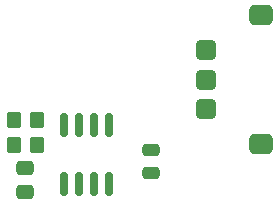
<source format=gbr>
%TF.GenerationSoftware,KiCad,Pcbnew,8.0.0*%
%TF.CreationDate,2024-04-09T10:55:27+02:00*%
%TF.ProjectId,LoraTimerSender,4c6f7261-5469-46d6-9572-53656e646572,rev?*%
%TF.SameCoordinates,Original*%
%TF.FileFunction,Paste,Top*%
%TF.FilePolarity,Positive*%
%FSLAX46Y46*%
G04 Gerber Fmt 4.6, Leading zero omitted, Abs format (unit mm)*
G04 Created by KiCad (PCBNEW 8.0.0) date 2024-04-09 10:55:27*
%MOMM*%
%LPD*%
G01*
G04 APERTURE LIST*
G04 Aperture macros list*
%AMRoundRect*
0 Rectangle with rounded corners*
0 $1 Rounding radius*
0 $2 $3 $4 $5 $6 $7 $8 $9 X,Y pos of 4 corners*
0 Add a 4 corners polygon primitive as box body*
4,1,4,$2,$3,$4,$5,$6,$7,$8,$9,$2,$3,0*
0 Add four circle primitives for the rounded corners*
1,1,$1+$1,$2,$3*
1,1,$1+$1,$4,$5*
1,1,$1+$1,$6,$7*
1,1,$1+$1,$8,$9*
0 Add four rect primitives between the rounded corners*
20,1,$1+$1,$2,$3,$4,$5,0*
20,1,$1+$1,$4,$5,$6,$7,0*
20,1,$1+$1,$6,$7,$8,$9,0*
20,1,$1+$1,$8,$9,$2,$3,0*%
G04 Aperture macros list end*
%ADD10RoundRect,0.150000X-0.150000X0.825000X-0.150000X-0.825000X0.150000X-0.825000X0.150000X0.825000X0*%
%ADD11RoundRect,0.250000X0.350000X0.450000X-0.350000X0.450000X-0.350000X-0.450000X0.350000X-0.450000X0*%
%ADD12RoundRect,0.437500X-0.437500X0.437500X-0.437500X-0.437500X0.437500X-0.437500X0.437500X0.437500X0*%
%ADD13RoundRect,0.437500X-0.562500X0.437500X-0.562500X-0.437500X0.562500X-0.437500X0.562500X0.437500X0*%
%ADD14RoundRect,0.250000X-0.475000X0.250000X-0.475000X-0.250000X0.475000X-0.250000X0.475000X0.250000X0*%
%ADD15RoundRect,0.250000X-0.475000X0.337500X-0.475000X-0.337500X0.475000X-0.337500X0.475000X0.337500X0*%
G04 APERTURE END LIST*
D10*
%TO.C,U2*%
X140215000Y-92025000D03*
X138945000Y-92025000D03*
X137675000Y-92025000D03*
X136405000Y-92025000D03*
X136405000Y-96975000D03*
X137675000Y-96975000D03*
X138945000Y-96975000D03*
X140215000Y-96975000D03*
%TD*%
D11*
%TO.C,R1*%
X134125000Y-91575000D03*
X132125000Y-91575000D03*
%TD*%
D12*
%TO.C,U3*%
X148437500Y-85650000D03*
X148437500Y-88150000D03*
X148437500Y-90650000D03*
D13*
X153037500Y-93650000D03*
X153037500Y-82650000D03*
%TD*%
D11*
%TO.C,R2*%
X134125000Y-93675000D03*
X132125000Y-93675000D03*
%TD*%
D14*
%TO.C,C2*%
X143725000Y-94125000D03*
X143725000Y-96025000D03*
%TD*%
D15*
%TO.C,C1*%
X133050000Y-95612500D03*
X133050000Y-97687500D03*
%TD*%
M02*

</source>
